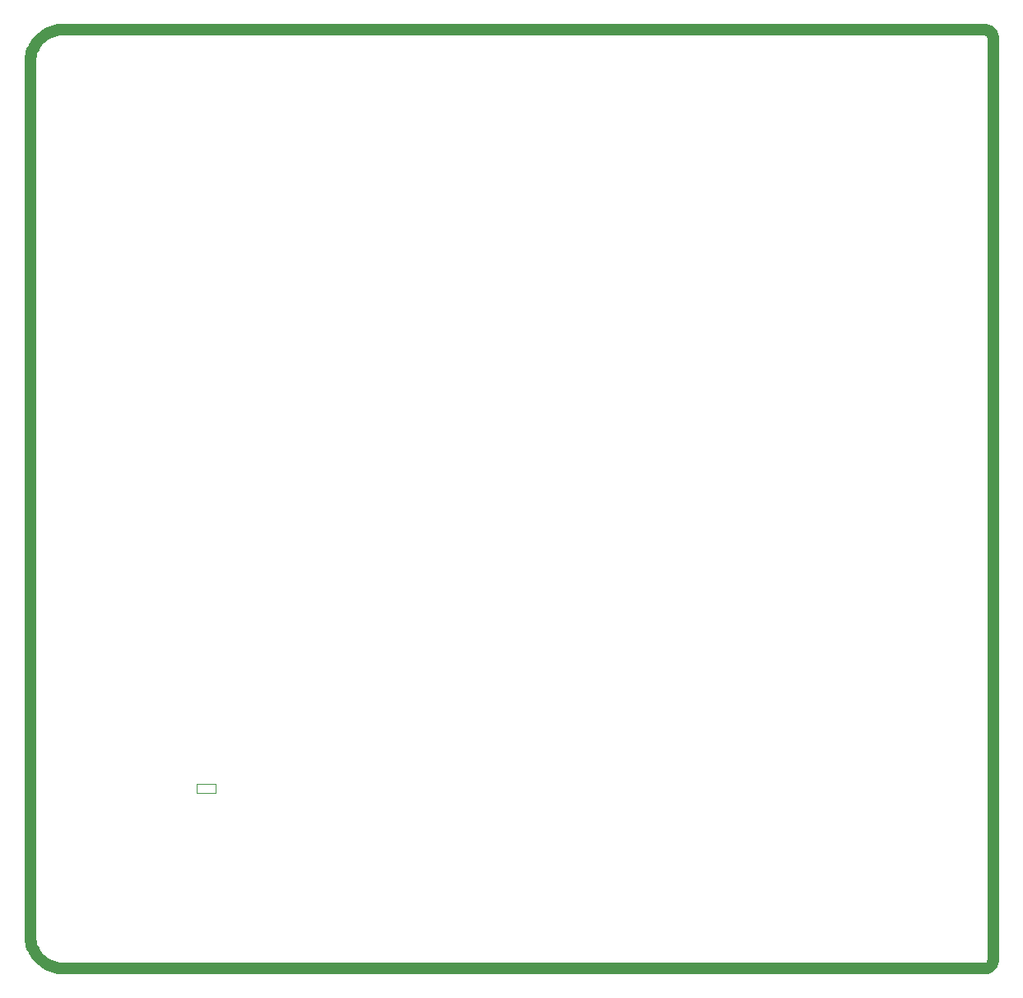
<source format=gm1>
G04*
G04 #@! TF.GenerationSoftware,Altium Limited,Altium Designer,20.0.13 (296)*
G04*
G04 Layer_Color=16711935*
%FSLAX25Y25*%
%MOIN*%
G70*
G01*
G75*
%ADD99C,0.04724*%
%ADD100C,0.00100*%
D99*
X25Y13329D02*
X62Y12335D01*
X174Y11346D01*
X359Y10369D01*
X616Y9408D01*
X945Y8469D01*
X1343Y7557D01*
X1807Y6677D01*
X2337Y5835D01*
X2928Y5034D01*
X3576Y4280D01*
X4280Y3576D01*
X5034Y2928D01*
X5835Y2337D01*
X6677Y1807D01*
X7557Y1343D01*
X8469Y945D01*
X9408Y616D01*
X10369Y359D01*
X11346Y174D01*
X12335Y62D01*
X13329Y25D01*
X386721D02*
X387742Y187D01*
X388663Y656D01*
X389394Y1387D01*
X389863Y2308D01*
X390025Y3329D01*
Y376721D02*
X389863Y377742D01*
X389394Y378663D01*
X388663Y379394D01*
X387742Y379863D01*
X386721Y380025D01*
X13329D02*
X12335Y379988D01*
X11346Y379876D01*
X10369Y379691D01*
X9408Y379434D01*
X8469Y379105D01*
X7557Y378708D01*
X6677Y378243D01*
X5835Y377713D01*
X5034Y377122D01*
X4280Y376473D01*
X3576Y375770D01*
X2928Y375016D01*
X2337Y374215D01*
X1807Y373373D01*
X1343Y372493D01*
X945Y371581D01*
X616Y370642D01*
X359Y369681D01*
X174Y368704D01*
X62Y367715D01*
X25Y366721D01*
X13329Y25D02*
X386721D01*
X390025Y3329D02*
Y376721D01*
X13329Y380025D02*
X386721D01*
X25Y13329D02*
Y366721D01*
D100*
X67403Y74670D02*
X75102D01*
X67403Y70930D02*
Y74670D01*
Y70930D02*
X75102D01*
Y74670D01*
M02*

</source>
